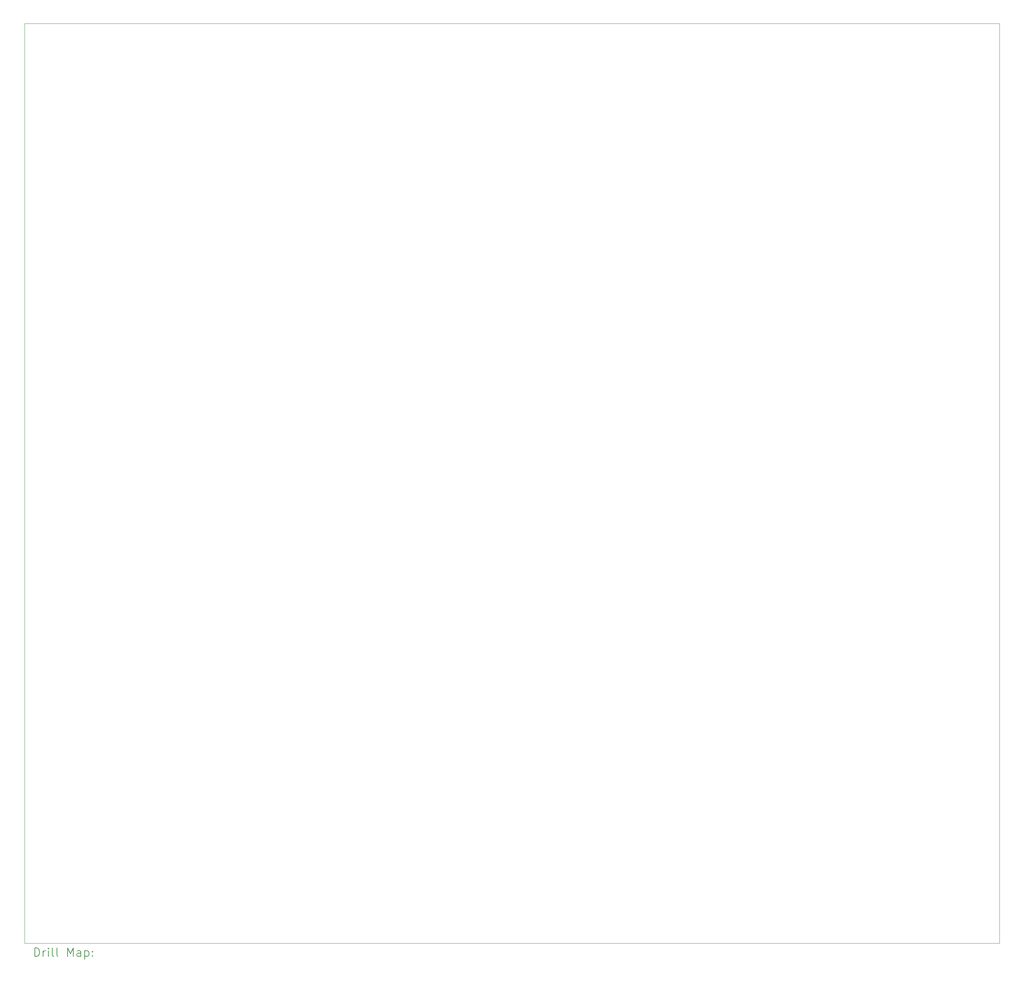
<source format=gbr>
%TF.GenerationSoftware,KiCad,Pcbnew,7.0.1*%
%TF.CreationDate,2023-10-13T00:12:28+03:00*%
%TF.ProjectId,turbo_86m_extender_board,74757262-6f5f-4383-966d-5f657874656e,rev?*%
%TF.SameCoordinates,Original*%
%TF.FileFunction,Drillmap*%
%TF.FilePolarity,Positive*%
%FSLAX45Y45*%
G04 Gerber Fmt 4.5, Leading zero omitted, Abs format (unit mm)*
G04 Created by KiCad (PCBNEW 7.0.1) date 2023-10-13 00:12:28*
%MOMM*%
%LPD*%
G01*
G04 APERTURE LIST*
%ADD10C,0.100000*%
%ADD11C,0.200000*%
G04 APERTURE END LIST*
D10*
X0Y0D02*
X23200000Y0D01*
X23200000Y-21900000D01*
X0Y-21900000D01*
X0Y0D01*
D11*
X242619Y-22217524D02*
X242619Y-22017524D01*
X242619Y-22017524D02*
X290238Y-22017524D01*
X290238Y-22017524D02*
X318810Y-22027048D01*
X318810Y-22027048D02*
X337857Y-22046095D01*
X337857Y-22046095D02*
X347381Y-22065143D01*
X347381Y-22065143D02*
X356905Y-22103238D01*
X356905Y-22103238D02*
X356905Y-22131810D01*
X356905Y-22131810D02*
X347381Y-22169905D01*
X347381Y-22169905D02*
X337857Y-22188952D01*
X337857Y-22188952D02*
X318810Y-22208000D01*
X318810Y-22208000D02*
X290238Y-22217524D01*
X290238Y-22217524D02*
X242619Y-22217524D01*
X442619Y-22217524D02*
X442619Y-22084190D01*
X442619Y-22122286D02*
X452143Y-22103238D01*
X452143Y-22103238D02*
X461667Y-22093714D01*
X461667Y-22093714D02*
X480714Y-22084190D01*
X480714Y-22084190D02*
X499762Y-22084190D01*
X566429Y-22217524D02*
X566429Y-22084190D01*
X566429Y-22017524D02*
X556905Y-22027048D01*
X556905Y-22027048D02*
X566429Y-22036571D01*
X566429Y-22036571D02*
X575952Y-22027048D01*
X575952Y-22027048D02*
X566429Y-22017524D01*
X566429Y-22017524D02*
X566429Y-22036571D01*
X690238Y-22217524D02*
X671190Y-22208000D01*
X671190Y-22208000D02*
X661667Y-22188952D01*
X661667Y-22188952D02*
X661667Y-22017524D01*
X795000Y-22217524D02*
X775952Y-22208000D01*
X775952Y-22208000D02*
X766428Y-22188952D01*
X766428Y-22188952D02*
X766428Y-22017524D01*
X1023571Y-22217524D02*
X1023571Y-22017524D01*
X1023571Y-22017524D02*
X1090238Y-22160381D01*
X1090238Y-22160381D02*
X1156905Y-22017524D01*
X1156905Y-22017524D02*
X1156905Y-22217524D01*
X1337857Y-22217524D02*
X1337857Y-22112762D01*
X1337857Y-22112762D02*
X1328333Y-22093714D01*
X1328333Y-22093714D02*
X1309286Y-22084190D01*
X1309286Y-22084190D02*
X1271190Y-22084190D01*
X1271190Y-22084190D02*
X1252143Y-22093714D01*
X1337857Y-22208000D02*
X1318810Y-22217524D01*
X1318810Y-22217524D02*
X1271190Y-22217524D01*
X1271190Y-22217524D02*
X1252143Y-22208000D01*
X1252143Y-22208000D02*
X1242619Y-22188952D01*
X1242619Y-22188952D02*
X1242619Y-22169905D01*
X1242619Y-22169905D02*
X1252143Y-22150857D01*
X1252143Y-22150857D02*
X1271190Y-22141333D01*
X1271190Y-22141333D02*
X1318810Y-22141333D01*
X1318810Y-22141333D02*
X1337857Y-22131810D01*
X1433095Y-22084190D02*
X1433095Y-22284190D01*
X1433095Y-22093714D02*
X1452143Y-22084190D01*
X1452143Y-22084190D02*
X1490238Y-22084190D01*
X1490238Y-22084190D02*
X1509286Y-22093714D01*
X1509286Y-22093714D02*
X1518809Y-22103238D01*
X1518809Y-22103238D02*
X1528333Y-22122286D01*
X1528333Y-22122286D02*
X1528333Y-22179429D01*
X1528333Y-22179429D02*
X1518809Y-22198476D01*
X1518809Y-22198476D02*
X1509286Y-22208000D01*
X1509286Y-22208000D02*
X1490238Y-22217524D01*
X1490238Y-22217524D02*
X1452143Y-22217524D01*
X1452143Y-22217524D02*
X1433095Y-22208000D01*
X1614048Y-22198476D02*
X1623571Y-22208000D01*
X1623571Y-22208000D02*
X1614048Y-22217524D01*
X1614048Y-22217524D02*
X1604524Y-22208000D01*
X1604524Y-22208000D02*
X1614048Y-22198476D01*
X1614048Y-22198476D02*
X1614048Y-22217524D01*
X1614048Y-22093714D02*
X1623571Y-22103238D01*
X1623571Y-22103238D02*
X1614048Y-22112762D01*
X1614048Y-22112762D02*
X1604524Y-22103238D01*
X1604524Y-22103238D02*
X1614048Y-22093714D01*
X1614048Y-22093714D02*
X1614048Y-22112762D01*
M02*

</source>
